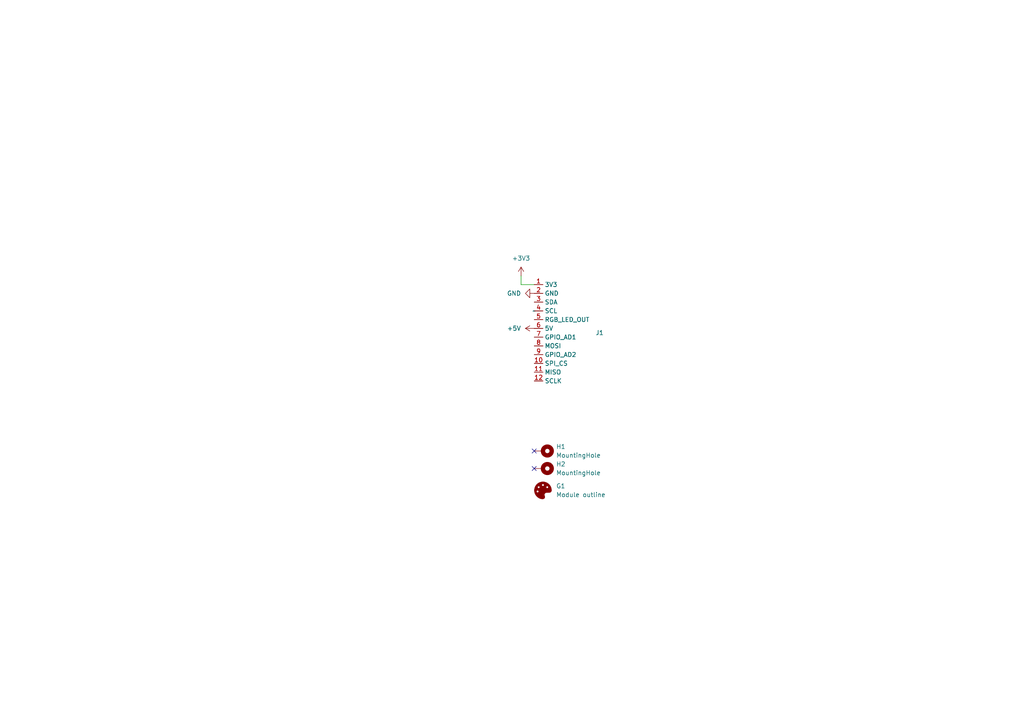
<source format=kicad_sch>
(kicad_sch (version 20230121) (generator eeschema)
  (paper "A4")
  (lib_symbols
    (symbol "0_aurora_common:Graphic" (pin_names (offset 1.016)) (in_bom no)
      (property "Reference" "G" (at 3.175 1.27 0))
      (property "Value" "Graphic" (at 3.175 -1.27 0))
      (symbol "Graphic_0_0"
        (polyline (pts (xy -0.0881 -2.4962) (xy -0.0244 -2.491) (xy -0.0145 -2.49) (xy 0.0873 -2.4755) (xy 0.1744 -2.4527) (xy 0.2502 -2.4204) (xy 0.3179 -2.3769) (xy 0.381 -2.3211) (xy 0.4131 -2.2864) (xy 0.4727 -2.2048) (xy 0.5154 -2.1164) (xy 0.5423 -2.0188) (xy 0.5542 -1.9099) (xy 0.5553 -1.8657) (xy 0.5519 -1.793) (xy 0.5405 -1.7258) (xy 0.5196 -1.6572) (xy 0.4879 -1.5802) (xy 0.4649 -1.5264) (xy 0.4417 -1.4593) (xy 0.4279 -1.3962) (xy 0.4221 -1.3305) (xy 0.4231 -1.2553) (xy 0.4241 -1.2364) (xy 0.4296 -1.1753) (xy 0.4388 -1.1244) (xy 0.453 -1.0766) (xy 0.4701 -1.0324) (xy 0.5231 -0.9323) (xy 0.5912 -0.8434) (xy 0.6727 -0.7671) (xy 0.7661 -0.7052) (xy 0.8697 -0.6591) (xy 0.9525 -0.6304) (xy 1.4605 -0.6247) (xy 1.5159 -0.6241) (xy 1.6231 -0.6227) (xy 1.7132 -0.6214) (xy 1.7881 -0.6199) (xy 1.8492 -0.6184) (xy 1.8985 -0.6166) (xy 1.9375 -0.6146) (xy 1.968 -0.6122) (xy 1.9917 -0.6095) (xy 2.0103 -0.6062) (xy 2.0254 -0.6025) (xy 2.1099 -0.5721) (xy 2.2082 -0.5192) (xy 2.2945 -0.4512) (xy 2.3679 -0.3688) (xy 2.4276 -0.2727) (xy 2.4364 -0.2549) (xy 2.4605 -0.2) (xy 2.4773 -0.1469) (xy 2.4877 -0.0905) (xy 2.493 -0.0254) (xy 2.4942 0.0538) (xy 2.4935 0.0984) (xy 2.4785 0.3079) (xy 2.4445 0.5167) (xy 2.3919 0.7233) (xy 2.321 0.9261) (xy 2.2323 1.1235) (xy 2.2027 1.1805) (xy 2.092 1.3667) (xy 1.966 1.5417) (xy 1.8257 1.7046) (xy 1.6722 1.8548) (xy 1.5064 1.9914) (xy 1.3295 2.1136) (xy 1.1425 2.2205) (xy 0.9464 2.3114) (xy 0.7423 2.3854) (xy 0.5313 2.4417) (xy 0.4466 2.4585) (xy 0.2562 2.4842) (xy 0.0585 2.4954) (xy -0.1423 2.4921) (xy -0.3423 2.4742) (xy -0.5373 2.4419) (xy -0.6457 2.4166) (xy -0.8421 2.356) (xy -1.0354 2.2777) (xy -1.2233 2.1829) (xy -1.4033 2.0727) (xy -1.573 1.9482) (xy -1.5907 1.9337) (xy -1.6479 1.8837) (xy -1.7115 1.8242) (xy -1.7772 1.7598) (xy -1.8407 1.6945) (xy -1.8977 1.6327) (xy -1.9439 1.5788) (xy -1.9559 1.5631) (xy -0.3078 1.5631) (xy -0.3075 1.5958) (xy -0.3058 1.6313) (xy -0.3013 1.6578) (xy -0.2928 1.6812) (xy -0.2791 1.7077) (xy -0.2576 1.7416) (xy -0.2028 1.8016) (xy -0.1348 1.8484) (xy -0.1306 1.8506) (xy -0.1069 1.8609) (xy -0.0811 1.867) (xy -0.0474 1.87) (xy 0 1.8708) (xy 0.0333 1.8706) (xy 0.0687 1.8688) (xy 0.0949 1.8643) (xy 0.1184 1.8557) (xy 0.1451 1.8419) (xy 0.1467 1.8409) (xy 0.2102 1.795) (xy 0.2592 1.7376) (xy 0.2929 1.6716) (xy 0.3102 1.5997) (xy 0.3101 1.5246) (xy 0.2915 1.449) (xy 0.2706 1.4059) (xy 0.2278 1.3498) (xy 0.174 1.3034) (xy 0.1141 1.2715) (xy 0.1125 1.2709) (xy 0.0368 1.2528) (xy -0.0383 1.253) (xy -0.1101 1.2707) (xy -0.1759 1.3047) (xy -0.233 1.3541) (xy -0.2788 1.418) (xy -0.289 1.4373) (xy -0.2991 1.4611) (xy -0.3047 1.4858) (xy -0.3072 1.5178) (xy -0.3078 1.5631) (xy -1.9559 1.5631) (xy -2.0279 1.4685) (xy -2.1412 1.2959) (xy -2.2406 1.114) (xy -2.3191 0.9379) (xy -1.5582 0.9379) (xy -1.558 0.9705) (xy -1.5562 1.0061) (xy -1.5517 1.0325) (xy -1.5432 1.0559) (xy -1.5295 1.0825) (xy -1.5081 1.1163) (xy -1.4532 1.1764) (xy -1.3853 1.2232) (xy -1.3811 1.2254) (xy -1.3573 1.2356) (xy -1.3315 1.2418) (xy -1.2978 1.2448) (xy -1.2505 1.2456) (xy -1.2171 1.2453) (xy -1.1818 1.2436) (xy -1.1555 1.239) (xy -1.1321 1.2305) (xy -1.1054 1.2166) (xy -1.1037 1.2157) (xy -1.0403 1.1697) (xy -0.9912 1.1124) (xy -0.9576 1.0464) (xy -0.9403 0.9745) (xy -0.9403 0.9379) (xy 0.9427 0.9379) (xy 0.9429 0.9705) (xy 0.9447 1.0061) (xy 0.9492 1.0325) (xy 0.9577 1.0559) (xy 0.9714 1.0825) (xy 0.9929 1.1163) (xy 1.0477 1.1764) (xy 1.1157 1.2232) (xy 1.1198 1.2254) (xy 1.1436 1.2356) (xy 1.1694 1.2418) (xy 1.2031 1.2448) (xy 1.2504 1.2456) (xy 1.2838 1.2453) (xy 1.3191 1.2436) (xy 1.3454 1.239) (xy 1.3688 1.2305) (xy 1.3956 1.2166) (xy 1.3972 1.2157) (xy 1.4606 1.1697) (xy 1.5097 1.1124) (xy 1.5434 1.0464) (xy 1.5606 0.9745) (xy 1.5605 0.8994) (xy 1.542 0.8238) (xy 1.521 0.7807) (xy 1.4783 0.7246) (xy 1.4245 0.6782) (xy 1.3646 0.6463) (xy 1.363 0.6457) (xy 1.2872 0.6276) (xy 1.2121 0.6278) (xy 1.1403 0.6454) (xy 1.0745 0.6795) (xy 1.0174 0.7289) (xy 0.9717 0.7927) (xy 0.9614 0.812) (xy 0.9514 0.8358) (xy 0.9457 0.8606) (xy 0.9433 0.8926) (xy 0.9427 0.9379) (xy -0.9403 0.9379) (xy -0.9404 0.8994) (xy -0.9589 0.8238) (xy -0.9799 0.7807) (xy -1.0227 0.7246) (xy -1.0765 0.6782) (xy -1.1364 0.6463) (xy -1.138 0.6457) (xy -1.2137 0.6276) (xy -1.2888 0.6278) (xy -1.3606 0.6454) (xy -1.4264 0.6795) (xy -1.4835 0.7289) (xy -1.5292 0.7927) (xy -1.5395 0.812) (xy -1.5495 0.8358) (xy -1.5552 0.8606) (xy -1.5577 0.8926) (xy -1.5582 0.9379) (xy -2.3191 0.9379) (xy -2.3245 0.9259) (xy -2.3917 0.7343) (xy -2.4409 0.542) (xy -2.4476 0.5083) (xy -2.4815 0.2848) (xy -2.4961 0.0631) (xy -2.4917 -0.1561) (xy -2.4747 -0.3126) (xy -1.8708 -0.3126) (xy -1.8706 -0.2799) (xy -1.8689 -0.2443) (xy -1.8643 -0.2179) (xy -1.8558 -0.1945) (xy -1.8421 -0.168) (xy -1.8207 -0.1341) (xy -1.7658 -0.0741) (xy -1.6979 -0.0273) (xy -1.6937 -0.0251) (xy -1.6699 -0.0148) (xy -1.6441 -0.0087) (xy -1.6105 -0.0057) (xy -1.5631 -0.0049) (xy -1.5297 -0.0051) (xy -1.4944 -0.0069) (xy -1.4681 -0.0114) (xy -1.4447 -0.02) (xy -1.418 -0.0338) (xy -1.4163 -0.0347) (xy -1.3529 -0.0807) (xy -1.3039 -0.1381) (xy -1.2702 -0.204) (xy -1.2529 -0.2759) (xy -1.253 -0.3511) (xy -1.2715 -0.4267) (xy -1.2925 -0.4698) (xy -1.3353 -0.5259) (xy -1.3891 -0.5723) (xy -1.449 -0.6042) (xy -1.4506 -0.6048) (xy -1.5263 -0.6229) (xy -1.6014 -0.6227) (xy -1.6732 -0.605) (xy -1.739 -0.571) (xy -1.7961 -0.5215) (xy -1.8419 -0.4577) (xy -1.8521 -0.4384) (xy -1.8622 -0.4146) (xy -1.8678 -0.3899) (xy -1.8703 -0.3579) (xy -1.8708 -0.3126) (xy -2.4747 -0.3126) (xy -2.4683 -0.3721) (xy -2.4261 -0.5843) (xy -2.3652 -0.792) (xy -2.2857 -0.9946) (xy -2.1878 -1.1914) (xy -2.0715 -1.3818) (xy -1.9806 -1.5086) (xy -1.8486 -1.668) (xy -1.705 -1.8163) (xy -1.5512 -1.9525) (xy -1.3888 -2.0758) (xy -1.2192 -2.1851) (xy -1.0438 -2.2796) (xy -0.8642 -2.3583) (xy -0.6817 -2.4203) (xy -0.498 -2.4648) (xy -0.3143 -2.4906) (xy -0.2478 -2.496) (xy -0.1924 -2.4987) (xy -0.1416 -2.4988) (xy -0.0881 -2.4962)) (stroke (width 0.01)) (fill (type outline)))
      )
    )
    (symbol "0_splitkb_prime:Standoff_97730606332R" (pin_numbers hide) (pin_names (offset 1.016) hide)
      (property "Reference" "H" (at 0 6.35 0))
      (property "Value" "Standoff_97730606332R" (at 0 4.445 0))
      (symbol "Standoff_97730606332R_0_1"
        (circle (center 0 1.27) (radius 1.27) (stroke (width 1.27)))
      )
      (symbol "Standoff_97730606332R_1_1"
        (pin input line (at 0 -2.54 90) (length 2.54) (name "1") (number "1"))
      )
    )
    (symbol "0_splitkb_prime:vik-keyboard-connector"
      (property "Reference" "J5" (at 13.97 0 0))
      (property "Value" "~" (at 0 6.35 0))
      (symbol "vik-keyboard-connector_1_1"
        (pin power_out line (at 0 13.97 0) (length 2.54) (name "3V3") (number "1"))
        (pin output line (at 0 -8.89 0) (length 2.54) (name "SPI_CS") (number "10"))
        (pin output line (at 0 -11.43 0) (length 2.54) (name "MISO") (number "11"))
        (pin output line (at 0 -13.97 0) (length 2.54) (name "SCLK") (number "12"))
        (pin power_out line (at 0 11.43 0) (length 2.54) (name "GND") (number "2"))
        (pin output line (at 0 8.89 0) (length 2.54) (name "SDA") (number "3"))
        (pin output line (at 0 6.35 0) (length 2.54) (name "SCL") (number "4"))
        (pin output line (at 0 3.81 0) (length 2.54) (name "RGB_LED_OUT") (number "5"))
        (pin power_out line (at 0 1.27 0) (length 2.54) (name "5V") (number "6"))
        (pin output line (at 0 -1.27 0) (length 2.54) (name "GPIO_AD1") (number "7"))
        (pin output line (at 0 -3.81 0) (length 2.54) (name "MOSI") (number "8"))
        (pin output line (at 0 -6.35 0) (length 2.54) (name "GPIO_AD2") (number "9"))
      )
    )
    (symbol "power:+3V3" (power) (pin_names (offset 0))
      (property "Value" "+3V3" (at 0 3.556 0))
      (symbol "+3V3_0_1"
        (polyline (pts (xy -0.762 1.27) (xy 0 2.54)))
        (polyline (pts (xy 0 0) (xy 0 2.54)))
        (polyline (pts (xy 0 2.54) (xy 0.762 1.27)))
      )
      (symbol "+3V3_1_1"
        (pin power_in line (at 0 0 90) (length 0) hide (name "+3V3") (number "1"))
      )
    )
    (symbol "power:+5V" (power) (pin_names (offset 0))
      (property "Value" "+5V" (at 0 3.556 0))
      (symbol "+5V_0_1"
        (polyline (pts (xy -0.762 1.27) (xy 0 2.54)))
        (polyline (pts (xy 0 0) (xy 0 2.54)))
        (polyline (pts (xy 0 2.54) (xy 0.762 1.27)))
      )
      (symbol "+5V_1_1"
        (pin power_in line (at 0 0 90) (length 0) hide (name "+5V") (number "1"))
      )
    )
    (symbol "power:GND" (power) (pin_names (offset 0))
      (property "Value" "GND" (at 0 -3.81 0))
      (symbol "GND_0_1"
        (polyline (pts (xy 0 0) (xy 0 -1.27) (xy 1.27 -1.27) (xy 0 -2.54) (xy -1.27 -1.27) (xy 0 -1.27)))
      )
      (symbol "GND_1_1"
        (pin power_in line (at 0 0 270) (length 0) hide (name "GND") (number "1"))
      )
    )
  )
  (no_connect (at 154.94 135.89))
  (no_connect (at 154.94 130.81))
  (wire (pts (xy 151.13 82.55) (xy 151.13 80.01)))
  (wire (pts (xy 154.94 82.55) (xy 151.13 82.55)))
  (symbol (lib_id "power:+3V3") (at 151.13 80.01 0) (unit 1)
    (property "Reference" "#PWR01" (effects hide))
    (property "Value" "+3V3" (at 151.13 74.93 0))
  )
  (symbol (lib_id "0_splitkb_prime:Standoff_97730606332R") (at 157.48 130.81 270) (unit 1)
    (property "Reference" "H1" (at 161.29 129.54 90) (effects (justify left)))
    (property "Value" "MountingHole" (at 161.29 132.08 90) (effects (justify left)))
    (property "Footprint" "0_project:Mounting_Wuerth_WA-SMSI-M1.6_H6mm_ThreadDepth2mm_97730606332" (effects hide))
    (property "Manufacturer Part number" "97730606332R" (effects hide))
    (property "Description" "Standoff M1.6 H6mm 2mm depth" (effects hide))
    (property "SMD" "1" (effects hide))
  )
  (symbol (lib_id "0_splitkb_prime:vik-keyboard-connector") (at 154.94 96.52 0) (unit 1)
    (property "Reference" "J1" (at 172.72 96.52 0) (effects (justify left)))
    (property "Value" "~" (at 154.94 90.17 0))
    (property "Footprint" "0_project:vik-module-connector" (effects hide))
  )
  (symbol (lib_id "0_splitkb_prime:Standoff_97730606332R") (at 157.48 135.89 270) (unit 1)
    (property "Reference" "H2" (at 161.29 134.62 90) (effects (justify left)))
    (property "Value" "MountingHole" (at 161.29 137.16 90) (effects (justify left)))
    (property "Footprint" "0_project:Mounting_Wuerth_WA-SMSI-M1.6_H6mm_ThreadDepth2mm_97730606332" (effects hide))
    (property "Manufacturer Part number" "97730606332R" (effects hide))
    (property "Description" "Standoff M1.6 H6mm 2mm depth" (effects hide))
    (property "SMD" "1" (effects hide))
  )
  (symbol (lib_id "0_aurora_common:Graphic") (at 157.48 142.24 0) (unit 1) (in_bom no)
    (property "Reference" "G1" (at 161.29 140.9717 0) (effects (justify left)))
    (property "Value" "Module outline" (at 161.29 143.5117 0) (effects (justify left)))
    (property "Footprint" "0_project:Module" (effects hide))
  )
  (symbol (lib_id "power:GND") (at 154.94 85.09 270) (unit 1)
    (property "Reference" "#PWR03" (effects hide))
    (property "Value" "GND" (at 151.13 85.09 90) (effects (justify right)))
  )
  (symbol (lib_id "power:+5V") (at 154.94 95.25 90) (unit 1)
    (property "Reference" "#PWR02" (effects hide))
    (property "Value" "+5V" (at 151.13 95.25 90) (effects (justify left)))
  )
)
</source>
